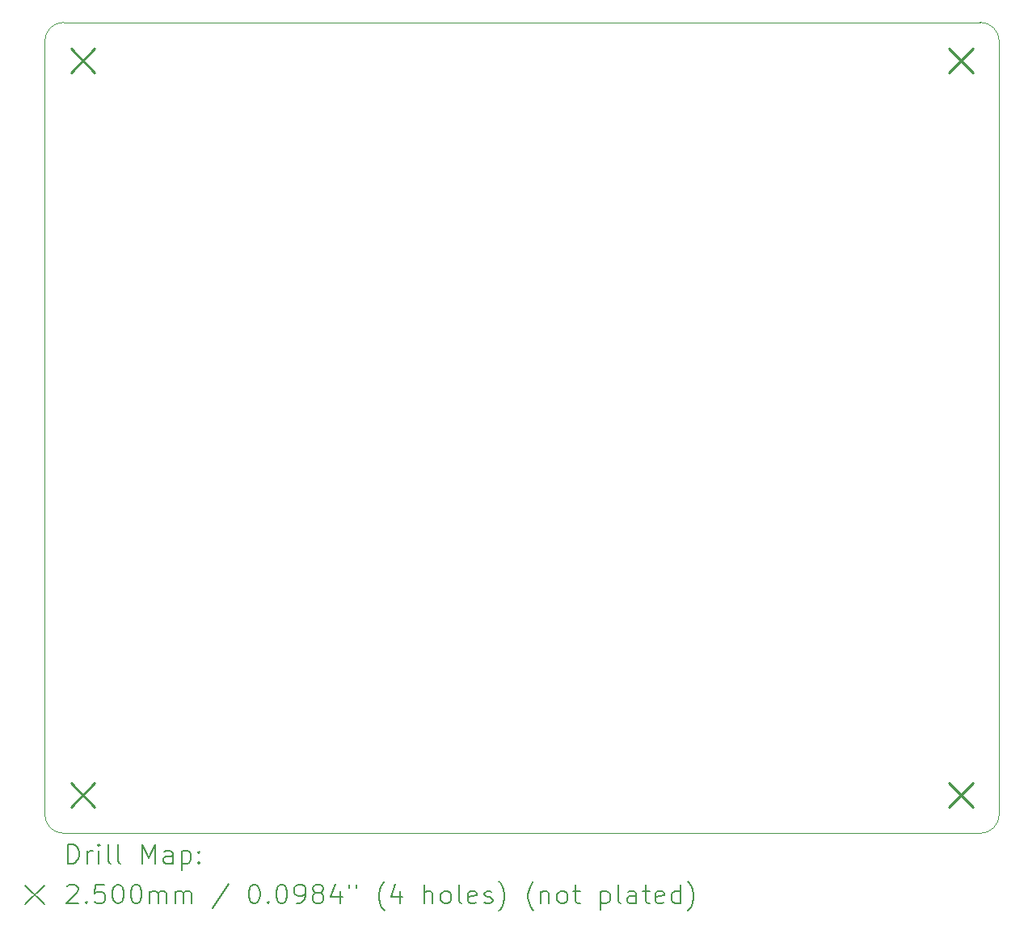
<source format=gbr>
%TF.GenerationSoftware,KiCad,Pcbnew,7.0.1*%
%TF.CreationDate,2023-05-03T11:58:28+03:00*%
%TF.ProjectId,damlama,64616d6c-616d-4612-9e6b-696361645f70,rev?*%
%TF.SameCoordinates,Original*%
%TF.FileFunction,Drillmap*%
%TF.FilePolarity,Positive*%
%FSLAX45Y45*%
G04 Gerber Fmt 4.5, Leading zero omitted, Abs format (unit mm)*
G04 Created by KiCad (PCBNEW 7.0.1) date 2023-05-03 11:58:28*
%MOMM*%
%LPD*%
G01*
G04 APERTURE LIST*
%ADD10C,0.050000*%
%ADD11C,0.200000*%
%ADD12C,0.250000*%
G04 APERTURE END LIST*
D10*
X17800000Y-14000000D02*
X8200000Y-14000000D01*
X17800000Y-14000000D02*
G75*
G03*
X18000000Y-13800000I0J200000D01*
G01*
X8000000Y-13800000D02*
X8000000Y-5700000D01*
X8200000Y-5500000D02*
G75*
G03*
X8000000Y-5700000I0J-200000D01*
G01*
X8200000Y-5500000D02*
X17800000Y-5500000D01*
X18000000Y-5700000D02*
X18000000Y-13800000D01*
X18000000Y-5700000D02*
G75*
G03*
X17800000Y-5500000I-200000J0D01*
G01*
X8000000Y-13800000D02*
G75*
G03*
X8200000Y-14000000I200000J0D01*
G01*
D11*
D12*
X8275000Y-5775000D02*
X8525000Y-6025000D01*
X8525000Y-5775000D02*
X8275000Y-6025000D01*
X8275000Y-13475000D02*
X8525000Y-13725000D01*
X8525000Y-13475000D02*
X8275000Y-13725000D01*
X17475000Y-5775000D02*
X17725000Y-6025000D01*
X17725000Y-5775000D02*
X17475000Y-6025000D01*
X17475000Y-13475000D02*
X17725000Y-13725000D01*
X17725000Y-13475000D02*
X17475000Y-13725000D01*
D11*
X8245119Y-14315024D02*
X8245119Y-14115024D01*
X8245119Y-14115024D02*
X8292738Y-14115024D01*
X8292738Y-14115024D02*
X8321309Y-14124548D01*
X8321309Y-14124548D02*
X8340357Y-14143595D01*
X8340357Y-14143595D02*
X8349881Y-14162643D01*
X8349881Y-14162643D02*
X8359405Y-14200738D01*
X8359405Y-14200738D02*
X8359405Y-14229309D01*
X8359405Y-14229309D02*
X8349881Y-14267405D01*
X8349881Y-14267405D02*
X8340357Y-14286452D01*
X8340357Y-14286452D02*
X8321309Y-14305500D01*
X8321309Y-14305500D02*
X8292738Y-14315024D01*
X8292738Y-14315024D02*
X8245119Y-14315024D01*
X8445119Y-14315024D02*
X8445119Y-14181690D01*
X8445119Y-14219786D02*
X8454643Y-14200738D01*
X8454643Y-14200738D02*
X8464167Y-14191214D01*
X8464167Y-14191214D02*
X8483214Y-14181690D01*
X8483214Y-14181690D02*
X8502262Y-14181690D01*
X8568929Y-14315024D02*
X8568929Y-14181690D01*
X8568929Y-14115024D02*
X8559405Y-14124548D01*
X8559405Y-14124548D02*
X8568929Y-14134071D01*
X8568929Y-14134071D02*
X8578452Y-14124548D01*
X8578452Y-14124548D02*
X8568929Y-14115024D01*
X8568929Y-14115024D02*
X8568929Y-14134071D01*
X8692738Y-14315024D02*
X8673690Y-14305500D01*
X8673690Y-14305500D02*
X8664167Y-14286452D01*
X8664167Y-14286452D02*
X8664167Y-14115024D01*
X8797500Y-14315024D02*
X8778452Y-14305500D01*
X8778452Y-14305500D02*
X8768929Y-14286452D01*
X8768929Y-14286452D02*
X8768929Y-14115024D01*
X9026071Y-14315024D02*
X9026071Y-14115024D01*
X9026071Y-14115024D02*
X9092738Y-14257881D01*
X9092738Y-14257881D02*
X9159405Y-14115024D01*
X9159405Y-14115024D02*
X9159405Y-14315024D01*
X9340357Y-14315024D02*
X9340357Y-14210262D01*
X9340357Y-14210262D02*
X9330833Y-14191214D01*
X9330833Y-14191214D02*
X9311786Y-14181690D01*
X9311786Y-14181690D02*
X9273690Y-14181690D01*
X9273690Y-14181690D02*
X9254643Y-14191214D01*
X9340357Y-14305500D02*
X9321310Y-14315024D01*
X9321310Y-14315024D02*
X9273690Y-14315024D01*
X9273690Y-14315024D02*
X9254643Y-14305500D01*
X9254643Y-14305500D02*
X9245119Y-14286452D01*
X9245119Y-14286452D02*
X9245119Y-14267405D01*
X9245119Y-14267405D02*
X9254643Y-14248357D01*
X9254643Y-14248357D02*
X9273690Y-14238833D01*
X9273690Y-14238833D02*
X9321310Y-14238833D01*
X9321310Y-14238833D02*
X9340357Y-14229309D01*
X9435595Y-14181690D02*
X9435595Y-14381690D01*
X9435595Y-14191214D02*
X9454643Y-14181690D01*
X9454643Y-14181690D02*
X9492738Y-14181690D01*
X9492738Y-14181690D02*
X9511786Y-14191214D01*
X9511786Y-14191214D02*
X9521310Y-14200738D01*
X9521310Y-14200738D02*
X9530833Y-14219786D01*
X9530833Y-14219786D02*
X9530833Y-14276928D01*
X9530833Y-14276928D02*
X9521310Y-14295976D01*
X9521310Y-14295976D02*
X9511786Y-14305500D01*
X9511786Y-14305500D02*
X9492738Y-14315024D01*
X9492738Y-14315024D02*
X9454643Y-14315024D01*
X9454643Y-14315024D02*
X9435595Y-14305500D01*
X9616548Y-14295976D02*
X9626071Y-14305500D01*
X9626071Y-14305500D02*
X9616548Y-14315024D01*
X9616548Y-14315024D02*
X9607024Y-14305500D01*
X9607024Y-14305500D02*
X9616548Y-14295976D01*
X9616548Y-14295976D02*
X9616548Y-14315024D01*
X9616548Y-14191214D02*
X9626071Y-14200738D01*
X9626071Y-14200738D02*
X9616548Y-14210262D01*
X9616548Y-14210262D02*
X9607024Y-14200738D01*
X9607024Y-14200738D02*
X9616548Y-14191214D01*
X9616548Y-14191214D02*
X9616548Y-14210262D01*
X7797500Y-14542500D02*
X7997500Y-14742500D01*
X7997500Y-14542500D02*
X7797500Y-14742500D01*
X8235595Y-14554071D02*
X8245119Y-14544548D01*
X8245119Y-14544548D02*
X8264167Y-14535024D01*
X8264167Y-14535024D02*
X8311786Y-14535024D01*
X8311786Y-14535024D02*
X8330833Y-14544548D01*
X8330833Y-14544548D02*
X8340357Y-14554071D01*
X8340357Y-14554071D02*
X8349881Y-14573119D01*
X8349881Y-14573119D02*
X8349881Y-14592167D01*
X8349881Y-14592167D02*
X8340357Y-14620738D01*
X8340357Y-14620738D02*
X8226071Y-14735024D01*
X8226071Y-14735024D02*
X8349881Y-14735024D01*
X8435595Y-14715976D02*
X8445119Y-14725500D01*
X8445119Y-14725500D02*
X8435595Y-14735024D01*
X8435595Y-14735024D02*
X8426071Y-14725500D01*
X8426071Y-14725500D02*
X8435595Y-14715976D01*
X8435595Y-14715976D02*
X8435595Y-14735024D01*
X8626071Y-14535024D02*
X8530833Y-14535024D01*
X8530833Y-14535024D02*
X8521310Y-14630262D01*
X8521310Y-14630262D02*
X8530833Y-14620738D01*
X8530833Y-14620738D02*
X8549881Y-14611214D01*
X8549881Y-14611214D02*
X8597500Y-14611214D01*
X8597500Y-14611214D02*
X8616548Y-14620738D01*
X8616548Y-14620738D02*
X8626071Y-14630262D01*
X8626071Y-14630262D02*
X8635595Y-14649309D01*
X8635595Y-14649309D02*
X8635595Y-14696928D01*
X8635595Y-14696928D02*
X8626071Y-14715976D01*
X8626071Y-14715976D02*
X8616548Y-14725500D01*
X8616548Y-14725500D02*
X8597500Y-14735024D01*
X8597500Y-14735024D02*
X8549881Y-14735024D01*
X8549881Y-14735024D02*
X8530833Y-14725500D01*
X8530833Y-14725500D02*
X8521310Y-14715976D01*
X8759405Y-14535024D02*
X8778452Y-14535024D01*
X8778452Y-14535024D02*
X8797500Y-14544548D01*
X8797500Y-14544548D02*
X8807024Y-14554071D01*
X8807024Y-14554071D02*
X8816548Y-14573119D01*
X8816548Y-14573119D02*
X8826071Y-14611214D01*
X8826071Y-14611214D02*
X8826071Y-14658833D01*
X8826071Y-14658833D02*
X8816548Y-14696928D01*
X8816548Y-14696928D02*
X8807024Y-14715976D01*
X8807024Y-14715976D02*
X8797500Y-14725500D01*
X8797500Y-14725500D02*
X8778452Y-14735024D01*
X8778452Y-14735024D02*
X8759405Y-14735024D01*
X8759405Y-14735024D02*
X8740357Y-14725500D01*
X8740357Y-14725500D02*
X8730833Y-14715976D01*
X8730833Y-14715976D02*
X8721310Y-14696928D01*
X8721310Y-14696928D02*
X8711786Y-14658833D01*
X8711786Y-14658833D02*
X8711786Y-14611214D01*
X8711786Y-14611214D02*
X8721310Y-14573119D01*
X8721310Y-14573119D02*
X8730833Y-14554071D01*
X8730833Y-14554071D02*
X8740357Y-14544548D01*
X8740357Y-14544548D02*
X8759405Y-14535024D01*
X8949881Y-14535024D02*
X8968929Y-14535024D01*
X8968929Y-14535024D02*
X8987976Y-14544548D01*
X8987976Y-14544548D02*
X8997500Y-14554071D01*
X8997500Y-14554071D02*
X9007024Y-14573119D01*
X9007024Y-14573119D02*
X9016548Y-14611214D01*
X9016548Y-14611214D02*
X9016548Y-14658833D01*
X9016548Y-14658833D02*
X9007024Y-14696928D01*
X9007024Y-14696928D02*
X8997500Y-14715976D01*
X8997500Y-14715976D02*
X8987976Y-14725500D01*
X8987976Y-14725500D02*
X8968929Y-14735024D01*
X8968929Y-14735024D02*
X8949881Y-14735024D01*
X8949881Y-14735024D02*
X8930833Y-14725500D01*
X8930833Y-14725500D02*
X8921310Y-14715976D01*
X8921310Y-14715976D02*
X8911786Y-14696928D01*
X8911786Y-14696928D02*
X8902262Y-14658833D01*
X8902262Y-14658833D02*
X8902262Y-14611214D01*
X8902262Y-14611214D02*
X8911786Y-14573119D01*
X8911786Y-14573119D02*
X8921310Y-14554071D01*
X8921310Y-14554071D02*
X8930833Y-14544548D01*
X8930833Y-14544548D02*
X8949881Y-14535024D01*
X9102262Y-14735024D02*
X9102262Y-14601690D01*
X9102262Y-14620738D02*
X9111786Y-14611214D01*
X9111786Y-14611214D02*
X9130833Y-14601690D01*
X9130833Y-14601690D02*
X9159405Y-14601690D01*
X9159405Y-14601690D02*
X9178452Y-14611214D01*
X9178452Y-14611214D02*
X9187976Y-14630262D01*
X9187976Y-14630262D02*
X9187976Y-14735024D01*
X9187976Y-14630262D02*
X9197500Y-14611214D01*
X9197500Y-14611214D02*
X9216548Y-14601690D01*
X9216548Y-14601690D02*
X9245119Y-14601690D01*
X9245119Y-14601690D02*
X9264167Y-14611214D01*
X9264167Y-14611214D02*
X9273691Y-14630262D01*
X9273691Y-14630262D02*
X9273691Y-14735024D01*
X9368929Y-14735024D02*
X9368929Y-14601690D01*
X9368929Y-14620738D02*
X9378452Y-14611214D01*
X9378452Y-14611214D02*
X9397500Y-14601690D01*
X9397500Y-14601690D02*
X9426072Y-14601690D01*
X9426072Y-14601690D02*
X9445119Y-14611214D01*
X9445119Y-14611214D02*
X9454643Y-14630262D01*
X9454643Y-14630262D02*
X9454643Y-14735024D01*
X9454643Y-14630262D02*
X9464167Y-14611214D01*
X9464167Y-14611214D02*
X9483214Y-14601690D01*
X9483214Y-14601690D02*
X9511786Y-14601690D01*
X9511786Y-14601690D02*
X9530833Y-14611214D01*
X9530833Y-14611214D02*
X9540357Y-14630262D01*
X9540357Y-14630262D02*
X9540357Y-14735024D01*
X9930833Y-14525500D02*
X9759405Y-14782643D01*
X10187976Y-14535024D02*
X10207024Y-14535024D01*
X10207024Y-14535024D02*
X10226072Y-14544548D01*
X10226072Y-14544548D02*
X10235595Y-14554071D01*
X10235595Y-14554071D02*
X10245119Y-14573119D01*
X10245119Y-14573119D02*
X10254643Y-14611214D01*
X10254643Y-14611214D02*
X10254643Y-14658833D01*
X10254643Y-14658833D02*
X10245119Y-14696928D01*
X10245119Y-14696928D02*
X10235595Y-14715976D01*
X10235595Y-14715976D02*
X10226072Y-14725500D01*
X10226072Y-14725500D02*
X10207024Y-14735024D01*
X10207024Y-14735024D02*
X10187976Y-14735024D01*
X10187976Y-14735024D02*
X10168929Y-14725500D01*
X10168929Y-14725500D02*
X10159405Y-14715976D01*
X10159405Y-14715976D02*
X10149881Y-14696928D01*
X10149881Y-14696928D02*
X10140357Y-14658833D01*
X10140357Y-14658833D02*
X10140357Y-14611214D01*
X10140357Y-14611214D02*
X10149881Y-14573119D01*
X10149881Y-14573119D02*
X10159405Y-14554071D01*
X10159405Y-14554071D02*
X10168929Y-14544548D01*
X10168929Y-14544548D02*
X10187976Y-14535024D01*
X10340357Y-14715976D02*
X10349881Y-14725500D01*
X10349881Y-14725500D02*
X10340357Y-14735024D01*
X10340357Y-14735024D02*
X10330834Y-14725500D01*
X10330834Y-14725500D02*
X10340357Y-14715976D01*
X10340357Y-14715976D02*
X10340357Y-14735024D01*
X10473691Y-14535024D02*
X10492738Y-14535024D01*
X10492738Y-14535024D02*
X10511786Y-14544548D01*
X10511786Y-14544548D02*
X10521310Y-14554071D01*
X10521310Y-14554071D02*
X10530834Y-14573119D01*
X10530834Y-14573119D02*
X10540357Y-14611214D01*
X10540357Y-14611214D02*
X10540357Y-14658833D01*
X10540357Y-14658833D02*
X10530834Y-14696928D01*
X10530834Y-14696928D02*
X10521310Y-14715976D01*
X10521310Y-14715976D02*
X10511786Y-14725500D01*
X10511786Y-14725500D02*
X10492738Y-14735024D01*
X10492738Y-14735024D02*
X10473691Y-14735024D01*
X10473691Y-14735024D02*
X10454643Y-14725500D01*
X10454643Y-14725500D02*
X10445119Y-14715976D01*
X10445119Y-14715976D02*
X10435595Y-14696928D01*
X10435595Y-14696928D02*
X10426072Y-14658833D01*
X10426072Y-14658833D02*
X10426072Y-14611214D01*
X10426072Y-14611214D02*
X10435595Y-14573119D01*
X10435595Y-14573119D02*
X10445119Y-14554071D01*
X10445119Y-14554071D02*
X10454643Y-14544548D01*
X10454643Y-14544548D02*
X10473691Y-14535024D01*
X10635595Y-14735024D02*
X10673691Y-14735024D01*
X10673691Y-14735024D02*
X10692738Y-14725500D01*
X10692738Y-14725500D02*
X10702262Y-14715976D01*
X10702262Y-14715976D02*
X10721310Y-14687405D01*
X10721310Y-14687405D02*
X10730834Y-14649309D01*
X10730834Y-14649309D02*
X10730834Y-14573119D01*
X10730834Y-14573119D02*
X10721310Y-14554071D01*
X10721310Y-14554071D02*
X10711786Y-14544548D01*
X10711786Y-14544548D02*
X10692738Y-14535024D01*
X10692738Y-14535024D02*
X10654643Y-14535024D01*
X10654643Y-14535024D02*
X10635595Y-14544548D01*
X10635595Y-14544548D02*
X10626072Y-14554071D01*
X10626072Y-14554071D02*
X10616548Y-14573119D01*
X10616548Y-14573119D02*
X10616548Y-14620738D01*
X10616548Y-14620738D02*
X10626072Y-14639786D01*
X10626072Y-14639786D02*
X10635595Y-14649309D01*
X10635595Y-14649309D02*
X10654643Y-14658833D01*
X10654643Y-14658833D02*
X10692738Y-14658833D01*
X10692738Y-14658833D02*
X10711786Y-14649309D01*
X10711786Y-14649309D02*
X10721310Y-14639786D01*
X10721310Y-14639786D02*
X10730834Y-14620738D01*
X10845119Y-14620738D02*
X10826072Y-14611214D01*
X10826072Y-14611214D02*
X10816548Y-14601690D01*
X10816548Y-14601690D02*
X10807024Y-14582643D01*
X10807024Y-14582643D02*
X10807024Y-14573119D01*
X10807024Y-14573119D02*
X10816548Y-14554071D01*
X10816548Y-14554071D02*
X10826072Y-14544548D01*
X10826072Y-14544548D02*
X10845119Y-14535024D01*
X10845119Y-14535024D02*
X10883215Y-14535024D01*
X10883215Y-14535024D02*
X10902262Y-14544548D01*
X10902262Y-14544548D02*
X10911786Y-14554071D01*
X10911786Y-14554071D02*
X10921310Y-14573119D01*
X10921310Y-14573119D02*
X10921310Y-14582643D01*
X10921310Y-14582643D02*
X10911786Y-14601690D01*
X10911786Y-14601690D02*
X10902262Y-14611214D01*
X10902262Y-14611214D02*
X10883215Y-14620738D01*
X10883215Y-14620738D02*
X10845119Y-14620738D01*
X10845119Y-14620738D02*
X10826072Y-14630262D01*
X10826072Y-14630262D02*
X10816548Y-14639786D01*
X10816548Y-14639786D02*
X10807024Y-14658833D01*
X10807024Y-14658833D02*
X10807024Y-14696928D01*
X10807024Y-14696928D02*
X10816548Y-14715976D01*
X10816548Y-14715976D02*
X10826072Y-14725500D01*
X10826072Y-14725500D02*
X10845119Y-14735024D01*
X10845119Y-14735024D02*
X10883215Y-14735024D01*
X10883215Y-14735024D02*
X10902262Y-14725500D01*
X10902262Y-14725500D02*
X10911786Y-14715976D01*
X10911786Y-14715976D02*
X10921310Y-14696928D01*
X10921310Y-14696928D02*
X10921310Y-14658833D01*
X10921310Y-14658833D02*
X10911786Y-14639786D01*
X10911786Y-14639786D02*
X10902262Y-14630262D01*
X10902262Y-14630262D02*
X10883215Y-14620738D01*
X11092738Y-14601690D02*
X11092738Y-14735024D01*
X11045119Y-14525500D02*
X10997500Y-14668357D01*
X10997500Y-14668357D02*
X11121310Y-14668357D01*
X11187976Y-14535024D02*
X11187976Y-14573119D01*
X11264167Y-14535024D02*
X11264167Y-14573119D01*
X11559405Y-14811214D02*
X11549881Y-14801690D01*
X11549881Y-14801690D02*
X11530834Y-14773119D01*
X11530834Y-14773119D02*
X11521310Y-14754071D01*
X11521310Y-14754071D02*
X11511786Y-14725500D01*
X11511786Y-14725500D02*
X11502262Y-14677881D01*
X11502262Y-14677881D02*
X11502262Y-14639786D01*
X11502262Y-14639786D02*
X11511786Y-14592167D01*
X11511786Y-14592167D02*
X11521310Y-14563595D01*
X11521310Y-14563595D02*
X11530834Y-14544548D01*
X11530834Y-14544548D02*
X11549881Y-14515976D01*
X11549881Y-14515976D02*
X11559405Y-14506452D01*
X11721310Y-14601690D02*
X11721310Y-14735024D01*
X11673691Y-14525500D02*
X11626072Y-14668357D01*
X11626072Y-14668357D02*
X11749881Y-14668357D01*
X11978453Y-14735024D02*
X11978453Y-14535024D01*
X12064167Y-14735024D02*
X12064167Y-14630262D01*
X12064167Y-14630262D02*
X12054643Y-14611214D01*
X12054643Y-14611214D02*
X12035596Y-14601690D01*
X12035596Y-14601690D02*
X12007024Y-14601690D01*
X12007024Y-14601690D02*
X11987976Y-14611214D01*
X11987976Y-14611214D02*
X11978453Y-14620738D01*
X12187976Y-14735024D02*
X12168929Y-14725500D01*
X12168929Y-14725500D02*
X12159405Y-14715976D01*
X12159405Y-14715976D02*
X12149881Y-14696928D01*
X12149881Y-14696928D02*
X12149881Y-14639786D01*
X12149881Y-14639786D02*
X12159405Y-14620738D01*
X12159405Y-14620738D02*
X12168929Y-14611214D01*
X12168929Y-14611214D02*
X12187976Y-14601690D01*
X12187976Y-14601690D02*
X12216548Y-14601690D01*
X12216548Y-14601690D02*
X12235596Y-14611214D01*
X12235596Y-14611214D02*
X12245119Y-14620738D01*
X12245119Y-14620738D02*
X12254643Y-14639786D01*
X12254643Y-14639786D02*
X12254643Y-14696928D01*
X12254643Y-14696928D02*
X12245119Y-14715976D01*
X12245119Y-14715976D02*
X12235596Y-14725500D01*
X12235596Y-14725500D02*
X12216548Y-14735024D01*
X12216548Y-14735024D02*
X12187976Y-14735024D01*
X12368929Y-14735024D02*
X12349881Y-14725500D01*
X12349881Y-14725500D02*
X12340357Y-14706452D01*
X12340357Y-14706452D02*
X12340357Y-14535024D01*
X12521310Y-14725500D02*
X12502262Y-14735024D01*
X12502262Y-14735024D02*
X12464167Y-14735024D01*
X12464167Y-14735024D02*
X12445119Y-14725500D01*
X12445119Y-14725500D02*
X12435596Y-14706452D01*
X12435596Y-14706452D02*
X12435596Y-14630262D01*
X12435596Y-14630262D02*
X12445119Y-14611214D01*
X12445119Y-14611214D02*
X12464167Y-14601690D01*
X12464167Y-14601690D02*
X12502262Y-14601690D01*
X12502262Y-14601690D02*
X12521310Y-14611214D01*
X12521310Y-14611214D02*
X12530834Y-14630262D01*
X12530834Y-14630262D02*
X12530834Y-14649309D01*
X12530834Y-14649309D02*
X12435596Y-14668357D01*
X12607024Y-14725500D02*
X12626072Y-14735024D01*
X12626072Y-14735024D02*
X12664167Y-14735024D01*
X12664167Y-14735024D02*
X12683215Y-14725500D01*
X12683215Y-14725500D02*
X12692738Y-14706452D01*
X12692738Y-14706452D02*
X12692738Y-14696928D01*
X12692738Y-14696928D02*
X12683215Y-14677881D01*
X12683215Y-14677881D02*
X12664167Y-14668357D01*
X12664167Y-14668357D02*
X12635596Y-14668357D01*
X12635596Y-14668357D02*
X12616548Y-14658833D01*
X12616548Y-14658833D02*
X12607024Y-14639786D01*
X12607024Y-14639786D02*
X12607024Y-14630262D01*
X12607024Y-14630262D02*
X12616548Y-14611214D01*
X12616548Y-14611214D02*
X12635596Y-14601690D01*
X12635596Y-14601690D02*
X12664167Y-14601690D01*
X12664167Y-14601690D02*
X12683215Y-14611214D01*
X12759405Y-14811214D02*
X12768929Y-14801690D01*
X12768929Y-14801690D02*
X12787977Y-14773119D01*
X12787977Y-14773119D02*
X12797500Y-14754071D01*
X12797500Y-14754071D02*
X12807024Y-14725500D01*
X12807024Y-14725500D02*
X12816548Y-14677881D01*
X12816548Y-14677881D02*
X12816548Y-14639786D01*
X12816548Y-14639786D02*
X12807024Y-14592167D01*
X12807024Y-14592167D02*
X12797500Y-14563595D01*
X12797500Y-14563595D02*
X12787977Y-14544548D01*
X12787977Y-14544548D02*
X12768929Y-14515976D01*
X12768929Y-14515976D02*
X12759405Y-14506452D01*
X13121310Y-14811214D02*
X13111786Y-14801690D01*
X13111786Y-14801690D02*
X13092738Y-14773119D01*
X13092738Y-14773119D02*
X13083215Y-14754071D01*
X13083215Y-14754071D02*
X13073691Y-14725500D01*
X13073691Y-14725500D02*
X13064167Y-14677881D01*
X13064167Y-14677881D02*
X13064167Y-14639786D01*
X13064167Y-14639786D02*
X13073691Y-14592167D01*
X13073691Y-14592167D02*
X13083215Y-14563595D01*
X13083215Y-14563595D02*
X13092738Y-14544548D01*
X13092738Y-14544548D02*
X13111786Y-14515976D01*
X13111786Y-14515976D02*
X13121310Y-14506452D01*
X13197500Y-14601690D02*
X13197500Y-14735024D01*
X13197500Y-14620738D02*
X13207024Y-14611214D01*
X13207024Y-14611214D02*
X13226072Y-14601690D01*
X13226072Y-14601690D02*
X13254643Y-14601690D01*
X13254643Y-14601690D02*
X13273691Y-14611214D01*
X13273691Y-14611214D02*
X13283215Y-14630262D01*
X13283215Y-14630262D02*
X13283215Y-14735024D01*
X13407024Y-14735024D02*
X13387977Y-14725500D01*
X13387977Y-14725500D02*
X13378453Y-14715976D01*
X13378453Y-14715976D02*
X13368929Y-14696928D01*
X13368929Y-14696928D02*
X13368929Y-14639786D01*
X13368929Y-14639786D02*
X13378453Y-14620738D01*
X13378453Y-14620738D02*
X13387977Y-14611214D01*
X13387977Y-14611214D02*
X13407024Y-14601690D01*
X13407024Y-14601690D02*
X13435596Y-14601690D01*
X13435596Y-14601690D02*
X13454643Y-14611214D01*
X13454643Y-14611214D02*
X13464167Y-14620738D01*
X13464167Y-14620738D02*
X13473691Y-14639786D01*
X13473691Y-14639786D02*
X13473691Y-14696928D01*
X13473691Y-14696928D02*
X13464167Y-14715976D01*
X13464167Y-14715976D02*
X13454643Y-14725500D01*
X13454643Y-14725500D02*
X13435596Y-14735024D01*
X13435596Y-14735024D02*
X13407024Y-14735024D01*
X13530834Y-14601690D02*
X13607024Y-14601690D01*
X13559405Y-14535024D02*
X13559405Y-14706452D01*
X13559405Y-14706452D02*
X13568929Y-14725500D01*
X13568929Y-14725500D02*
X13587977Y-14735024D01*
X13587977Y-14735024D02*
X13607024Y-14735024D01*
X13826072Y-14601690D02*
X13826072Y-14801690D01*
X13826072Y-14611214D02*
X13845119Y-14601690D01*
X13845119Y-14601690D02*
X13883215Y-14601690D01*
X13883215Y-14601690D02*
X13902262Y-14611214D01*
X13902262Y-14611214D02*
X13911786Y-14620738D01*
X13911786Y-14620738D02*
X13921310Y-14639786D01*
X13921310Y-14639786D02*
X13921310Y-14696928D01*
X13921310Y-14696928D02*
X13911786Y-14715976D01*
X13911786Y-14715976D02*
X13902262Y-14725500D01*
X13902262Y-14725500D02*
X13883215Y-14735024D01*
X13883215Y-14735024D02*
X13845119Y-14735024D01*
X13845119Y-14735024D02*
X13826072Y-14725500D01*
X14035596Y-14735024D02*
X14016548Y-14725500D01*
X14016548Y-14725500D02*
X14007024Y-14706452D01*
X14007024Y-14706452D02*
X14007024Y-14535024D01*
X14197500Y-14735024D02*
X14197500Y-14630262D01*
X14197500Y-14630262D02*
X14187977Y-14611214D01*
X14187977Y-14611214D02*
X14168929Y-14601690D01*
X14168929Y-14601690D02*
X14130834Y-14601690D01*
X14130834Y-14601690D02*
X14111786Y-14611214D01*
X14197500Y-14725500D02*
X14178453Y-14735024D01*
X14178453Y-14735024D02*
X14130834Y-14735024D01*
X14130834Y-14735024D02*
X14111786Y-14725500D01*
X14111786Y-14725500D02*
X14102262Y-14706452D01*
X14102262Y-14706452D02*
X14102262Y-14687405D01*
X14102262Y-14687405D02*
X14111786Y-14668357D01*
X14111786Y-14668357D02*
X14130834Y-14658833D01*
X14130834Y-14658833D02*
X14178453Y-14658833D01*
X14178453Y-14658833D02*
X14197500Y-14649309D01*
X14264167Y-14601690D02*
X14340358Y-14601690D01*
X14292739Y-14535024D02*
X14292739Y-14706452D01*
X14292739Y-14706452D02*
X14302262Y-14725500D01*
X14302262Y-14725500D02*
X14321310Y-14735024D01*
X14321310Y-14735024D02*
X14340358Y-14735024D01*
X14483215Y-14725500D02*
X14464167Y-14735024D01*
X14464167Y-14735024D02*
X14426072Y-14735024D01*
X14426072Y-14735024D02*
X14407024Y-14725500D01*
X14407024Y-14725500D02*
X14397500Y-14706452D01*
X14397500Y-14706452D02*
X14397500Y-14630262D01*
X14397500Y-14630262D02*
X14407024Y-14611214D01*
X14407024Y-14611214D02*
X14426072Y-14601690D01*
X14426072Y-14601690D02*
X14464167Y-14601690D01*
X14464167Y-14601690D02*
X14483215Y-14611214D01*
X14483215Y-14611214D02*
X14492739Y-14630262D01*
X14492739Y-14630262D02*
X14492739Y-14649309D01*
X14492739Y-14649309D02*
X14397500Y-14668357D01*
X14664167Y-14735024D02*
X14664167Y-14535024D01*
X14664167Y-14725500D02*
X14645120Y-14735024D01*
X14645120Y-14735024D02*
X14607024Y-14735024D01*
X14607024Y-14735024D02*
X14587977Y-14725500D01*
X14587977Y-14725500D02*
X14578453Y-14715976D01*
X14578453Y-14715976D02*
X14568929Y-14696928D01*
X14568929Y-14696928D02*
X14568929Y-14639786D01*
X14568929Y-14639786D02*
X14578453Y-14620738D01*
X14578453Y-14620738D02*
X14587977Y-14611214D01*
X14587977Y-14611214D02*
X14607024Y-14601690D01*
X14607024Y-14601690D02*
X14645120Y-14601690D01*
X14645120Y-14601690D02*
X14664167Y-14611214D01*
X14740358Y-14811214D02*
X14749881Y-14801690D01*
X14749881Y-14801690D02*
X14768929Y-14773119D01*
X14768929Y-14773119D02*
X14778453Y-14754071D01*
X14778453Y-14754071D02*
X14787977Y-14725500D01*
X14787977Y-14725500D02*
X14797500Y-14677881D01*
X14797500Y-14677881D02*
X14797500Y-14639786D01*
X14797500Y-14639786D02*
X14787977Y-14592167D01*
X14787977Y-14592167D02*
X14778453Y-14563595D01*
X14778453Y-14563595D02*
X14768929Y-14544548D01*
X14768929Y-14544548D02*
X14749881Y-14515976D01*
X14749881Y-14515976D02*
X14740358Y-14506452D01*
M02*

</source>
